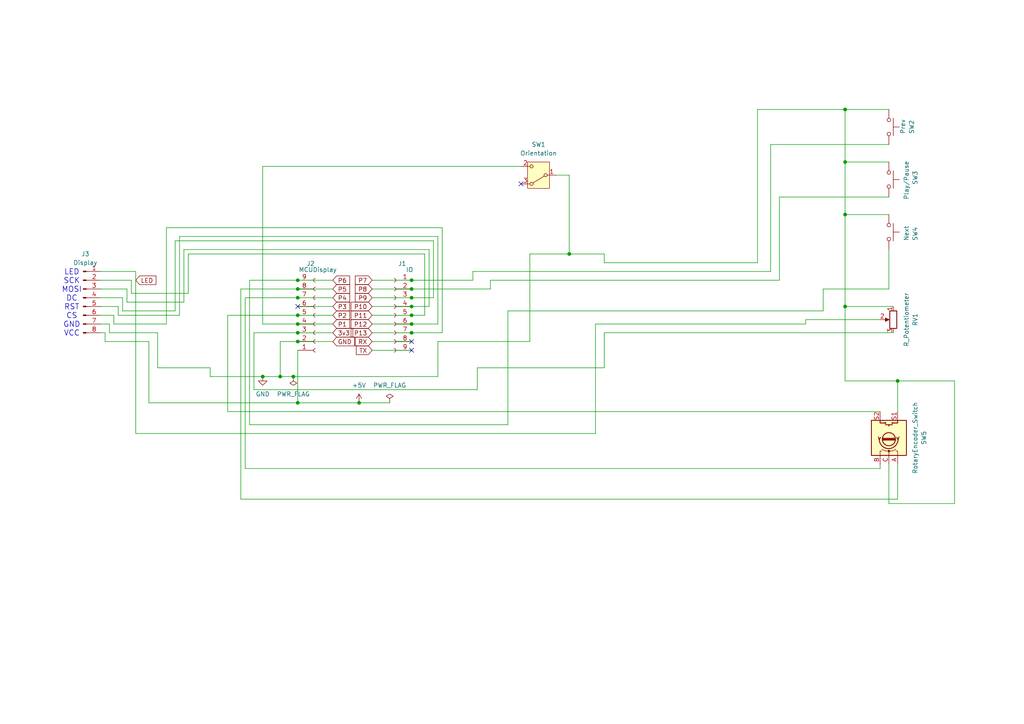
<source format=kicad_sch>
(kicad_sch (version 20250114) (generator "eeschema") (generator_version "9.0")
  (paper "A4")
  (lib_symbols
    (symbol "Connector:Conn_01x08_Pin" (pin_names (offset 1.016) (hide yes))
      (property "Reference" "J" (at 0 10.16 0))
      (property "Value" "Conn_01x08_Pin" (at 0 -12.7 0))
      (symbol "Conn_01x08_Pin_1_1"
        (rectangle (start 0.8636 7.747) (end 0 7.493) (stroke (width 0.1524)) (fill (type outline)))
        (rectangle (start 0.8636 5.207) (end 0 4.953) (stroke (width 0.1524)) (fill (type outline)))
        (rectangle (start 0.8636 2.667) (end 0 2.413) (stroke (width 0.1524)) (fill (type outline)))
        (rectangle (start 0.8636 0.127) (end 0 -0.127) (stroke (width 0.1524)) (fill (type outline)))
        (rectangle (start 0.8636 -2.413) (end 0 -2.667) (stroke (width 0.1524)) (fill (type outline)))
        (rectangle (start 0.8636 -4.953) (end 0 -5.207) (stroke (width 0.1524)) (fill (type outline)))
        (rectangle (start 0.8636 -7.493) (end 0 -7.747) (stroke (width 0.1524)) (fill (type outline)))
        (rectangle (start 0.8636 -10.033) (end 0 -10.287) (stroke (width 0.1524)) (fill (type outline)))
        (polyline (pts (xy 1.27 7.62) (xy 0.8636 7.62)) (stroke (width 0.1524)))
        (polyline (pts (xy 1.27 5.08) (xy 0.8636 5.08)) (stroke (width 0.1524)))
        (polyline (pts (xy 1.27 2.54) (xy 0.8636 2.54)) (stroke (width 0.1524)))
        (polyline (pts (xy 1.27 0) (xy 0.8636 0)) (stroke (width 0.1524)))
        (polyline (pts (xy 1.27 -2.54) (xy 0.8636 -2.54)) (stroke (width 0.1524)))
        (polyline (pts (xy 1.27 -5.08) (xy 0.8636 -5.08)) (stroke (width 0.1524)))
        (polyline (pts (xy 1.27 -7.62) (xy 0.8636 -7.62)) (stroke (width 0.1524)))
        (polyline (pts (xy 1.27 -10.16) (xy 0.8636 -10.16)) (stroke (width 0.1524)))
        (pin passive line (at 5.08 7.62 180) (length 3.81) (name "Pin_1") (number "1"))
        (pin passive line (at 5.08 5.08 180) (length 3.81) (name "Pin_2") (number "2"))
        (pin passive line (at 5.08 2.54 180) (length 3.81) (name "Pin_3") (number "3"))
        (pin passive line (at 5.08 0 180) (length 3.81) (name "Pin_4") (number "4"))
        (pin passive line (at 5.08 -2.54 180) (length 3.81) (name "Pin_5") (number "5"))
        (pin passive line (at 5.08 -5.08 180) (length 3.81) (name "Pin_6") (number "6"))
        (pin passive line (at 5.08 -7.62 180) (length 3.81) (name "Pin_7") (number "7"))
        (pin passive line (at 5.08 -10.16 180) (length 3.81) (name "Pin_8") (number "8"))
      )
    )
    (symbol "Connector:Conn_01x09_Socket" (pin_names (offset 1.016) (hide yes))
      (property "Reference" "J" (at 0 12.7 0))
      (property "Value" "Conn_01x09_Socket" (at 0 -12.7 0))
      (symbol "Conn_01x09_Socket_1_1"
        (polyline (pts (xy -1.27 10.16) (xy -0.508 10.16)) (stroke (width 0.1524)))
        (polyline (pts (xy -1.27 7.62) (xy -0.508 7.62)) (stroke (width 0.1524)))
        (polyline (pts (xy -1.27 5.08) (xy -0.508 5.08)) (stroke (width 0.1524)))
        (polyline (pts (xy -1.27 2.54) (xy -0.508 2.54)) (stroke (width 0.1524)))
        (polyline (pts (xy -1.27 0) (xy -0.508 0)) (stroke (width 0.1524)))
        (polyline (pts (xy -1.27 -2.54) (xy -0.508 -2.54)) (stroke (width 0.1524)))
        (polyline (pts (xy -1.27 -5.08) (xy -0.508 -5.08)) (stroke (width 0.1524)))
        (polyline (pts (xy -1.27 -7.62) (xy -0.508 -7.62)) (stroke (width 0.1524)))
        (polyline (pts (xy -1.27 -10.16) (xy -0.508 -10.16)) (stroke (width 0.1524)))
        (arc (start 0 9.652) (mid -0.5058 10.16) (end 0 10.668) (stroke (width 0.1524)))
        (arc (start 0 7.112) (mid -0.5058 7.62) (end 0 8.128) (stroke (width 0.1524)))
        (arc (start 0 4.572) (mid -0.5058 5.08) (end 0 5.588) (stroke (width 0.1524)))
        (arc (start 0 2.032) (mid -0.5058 2.54) (end 0 3.048) (stroke (width 0.1524)))
        (arc (start 0 -0.508) (mid -0.5058 0) (end 0 0.508) (stroke (width 0.1524)))
        (arc (start 0 -3.048) (mid -0.5058 -2.54) (end 0 -2.032) (stroke (width 0.1524)))
        (arc (start 0 -5.588) (mid -0.5058 -5.08) (end 0 -4.572) (stroke (width 0.1524)))
        (arc (start 0 -8.128) (mid -0.5058 -7.62) (end 0 -7.112) (stroke (width 0.1524)))
        (arc (start 0 -10.668) (mid -0.5058 -10.16) (end 0 -9.652) (stroke (width 0.1524)))
        (pin passive line (at -5.08 10.16 0) (length 3.81) (name "Pin_1") (number "1"))
        (pin passive line (at -5.08 7.62 0) (length 3.81) (name "Pin_2") (number "2"))
        (pin passive line (at -5.08 5.08 0) (length 3.81) (name "Pin_3") (number "3"))
        (pin passive line (at -5.08 2.54 0) (length 3.81) (name "Pin_4") (number "4"))
        (pin passive line (at -5.08 0 0) (length 3.81) (name "Pin_5") (number "5"))
        (pin passive line (at -5.08 -2.54 0) (length 3.81) (name "Pin_6") (number "6"))
        (pin passive line (at -5.08 -5.08 0) (length 3.81) (name "Pin_7") (number "7"))
        (pin passive line (at -5.08 -7.62 0) (length 3.81) (name "Pin_8") (number "8"))
        (pin passive line (at -5.08 -10.16 0) (length 3.81) (name "Pin_9") (number "9"))
      )
    )
    (symbol "Device:R_Potentiometer" (pin_names (offset 1.016) (hide yes))
      (property "Reference" "RV" (at -4.445 0 90))
      (property "Value" "R_Potentiometer" (at -2.54 0 90))
      (symbol "R_Potentiometer_0_1"
        (rectangle (start 1.016 2.54) (end -1.016 -2.54) (stroke (width 0.254)))
        (polyline (pts (xy 1.143 0) (xy 2.286 0.508) (xy 2.286 -0.508) (xy 1.143 0)) (fill (type outline)))
        (polyline (pts (xy 2.54 0) (xy 1.524 0)))
      )
      (symbol "R_Potentiometer_1_1"
        (pin passive line (at 0 3.81 270) (length 1.27) (name "1") (number "1"))
        (pin passive line (at 0 -3.81 90) (length 1.27) (name "3") (number "3"))
        (pin passive line (at 3.81 0 180) (length 1.27) (name "2") (number "2"))
      )
    )
    (symbol "Device:RotaryEncoder_Switch" (pin_names (offset 0.254) (hide yes))
      (property "Reference" "SW" (at 0 6.604 0))
      (property "Value" "RotaryEncoder_Switch" (at 0 -6.604 0))
      (symbol "RotaryEncoder_Switch_0_1"
        (rectangle (start -5.08 5.08) (end 5.08 -5.08) (stroke (width 0.254)) (fill (type background)))
        (polyline (pts (xy -5.08 2.54) (xy -3.81 2.54) (xy -3.81 2.032)))
        (polyline (pts (xy -5.08 0) (xy -3.81 0) (xy -3.81 -1.016) (xy -3.302 -2.032)))
        (polyline (pts (xy -5.08 -2.54) (xy -3.81 -2.54) (xy -3.81 -2.032)))
        (polyline (pts (xy -4.318 0) (xy -3.81 0) (xy -3.81 1.016) (xy -3.302 2.032)))
        (circle (center -3.81 0) (radius 0.254) (fill (type outline)))
        (polyline (pts (xy -0.635 -1.778) (xy -0.635 1.778)) (stroke (width 0.254)))
        (circle (center -0.381 0) (radius 1.905) (stroke (width 0.254)))
        (polyline (pts (xy -0.381 -1.778) (xy -0.381 1.778)) (stroke (width 0.254)))
        (arc (start -0.381 -2.794) (mid -3.0988 -0.0635) (end -0.381 2.667) (stroke (width 0.254)))
        (polyline (pts (xy -0.127 1.778) (xy -0.127 -1.778)) (stroke (width 0.254)))
        (polyline (pts (xy 0.254 2.921) (xy -0.508 2.667) (xy 0.127 2.286)) (stroke (width 0.254)))
        (polyline (pts (xy 0.254 -3.048) (xy -0.508 -2.794) (xy 0.127 -2.413)) (stroke (width 0.254)))
        (polyline (pts (xy 3.81 1.016) (xy 3.81 -1.016)) (stroke (width 0.254)))
        (polyline (pts (xy 3.81 0) (xy 3.429 0)) (stroke (width 0.254)))
        (circle (center 4.318 1.016) (radius 0.127) (stroke (width 0.254)))
        (circle (center 4.318 -1.016) (radius 0.127) (stroke (width 0.254)))
        (polyline (pts (xy 5.08 2.54) (xy 4.318 2.54) (xy 4.318 1.016)) (stroke (width 0.254)))
        (polyline (pts (xy 5.08 -2.54) (xy 4.318 -2.54) (xy 4.318 -1.016)) (stroke (width 0.254)))
      )
      (symbol "RotaryEncoder_Switch_1_1"
        (pin passive line (at -7.62 2.54 0) (length 2.54) (name "A") (number "A"))
        (pin passive line (at -7.62 0 0) (length 2.54) (name "C") (number "C"))
        (pin passive line (at -7.62 -2.54 0) (length 2.54) (name "B") (number "B"))
        (pin passive line (at 7.62 2.54 180) (length 2.54) (name "S1") (number "S1"))
        (pin passive line (at 7.62 -2.54 180) (length 2.54) (name "S2") (number "S2"))
      )
    )
    (symbol "Switch:SW_Push" (pin_numbers (hide yes)) (pin_names (offset 1.016) (hide yes))
      (property "Reference" "SW" (at 1.27 2.54 0))
      (property "Value" "SW_Push" (at 0 -1.524 0))
      (symbol "SW_Push_0_1"
        (circle (center -2.032 0) (radius 0.508))
        (polyline (pts (xy 0 1.27) (xy 0 3.048)))
        (circle (center 2.032 0) (radius 0.508))
        (polyline (pts (xy 2.54 1.27) (xy -2.54 1.27)))
        (pin passive line (at -5.08 0 0) (length 2.54) (name "1") (number "1"))
        (pin passive line (at 5.08 0 180) (length 2.54) (name "2") (number "2"))
      )
    )
    (symbol "Switch:SW_Wuerth_450301014042" (pin_names (offset 1) (hide yes))
      (property "Reference" "SW" (at 0 5.08 0))
      (property "Value" "SW_Wuerth_450301014042" (at 0 -5.08 0))
      (symbol "SW_Wuerth_450301014042_0_1"
        (circle (center -2.032 0) (radius 0.4572))
        (polyline (pts (xy -1.651 0.254) (xy 1.651 2.286)))
        (circle (center 2.032 2.54) (radius 0.4572))
        (circle (center 2.032 -2.54) (radius 0.4572))
      )
      (symbol "SW_Wuerth_450301014042_1_1"
        (rectangle (start -3.175 3.81) (end 3.175 -3.81) (fill (type background)))
        (pin passive line (at -5.08 0 0) (length 2.54) (name "B") (number "1"))
        (pin passive line (at 5.08 2.54 180) (length 2.54) (name "A") (number "3"))
        (pin passive line (at 5.08 -2.54 180) (length 2.54) (name "C") (number "2"))
      )
    )
    (symbol "power:+5V" (power) (pin_numbers (hide yes)) (pin_names (offset 0) (hide yes))
      (property "Value" "+5V" (at 0 3.556 0))
      (symbol "+5V_0_1"
        (polyline (pts (xy -0.762 1.27) (xy 0 2.54)))
        (polyline (pts (xy 0 2.54) (xy 0.762 1.27)))
        (polyline (pts (xy 0 0) (xy 0 2.54)))
      )
      (symbol "+5V_1_1"
        (pin power_in line (at 0 0 90) (length 0) (name "~") (number "1"))
      )
    )
    (symbol "power:GND" (power) (pin_numbers (hide yes)) (pin_names (offset 0) (hide yes))
      (property "Value" "GND" (at 0 -3.81 0))
      (symbol "GND_0_1"
        (polyline (pts (xy 0 0) (xy 0 -1.27) (xy 1.27 -1.27) (xy 0 -2.54) (xy -1.27 -1.27) (xy 0 -1.27)))
      )
      (symbol "GND_1_1"
        (pin power_in line (at 0 0 270) (length 0) (name "~") (number "1"))
      )
    )
    (symbol "power:PWR_FLAG" (power) (pin_numbers (hide yes)) (pin_names (offset 0) (hide yes))
      (property "Value" "PWR_FLAG" (at 0 3.81 0))
      (symbol "PWR_FLAG_0_0"
        (pin power_out line (at 0 0 90) (length 0) (name "~") (number "1"))
      )
      (symbol "PWR_FLAG_0_1"
        (polyline (pts (xy 0 0) (xy 0 1.27) (xy -1.016 1.905) (xy 0 2.54) (xy 1.016 1.905) (xy 0 1.27)))
      )
    )
  )
  (text "LED\nSCK\nMOSI\nDC\nRST\nCS\nGND\nVCC" (at 20.828 87.884 0) (effects (font (size 1.5748 1.5748))))
  (junction (at 86.36 86.36))
  (junction (at 86.36 83.82))
  (junction (at 85.09 109.22))
  (junction (at 86.36 91.44))
  (junction (at 119.38 83.82))
  (junction (at 86.36 99.06))
  (junction (at 165.1 73.66))
  (junction (at 119.38 93.98))
  (junction (at 119.38 86.36))
  (junction (at 245.11 62.23))
  (junction (at 86.36 96.52))
  (junction (at 119.38 91.44))
  (junction (at 86.36 93.98))
  (junction (at 86.36 116.84))
  (junction (at 245.11 46.99))
  (junction (at 86.36 81.28))
  (junction (at 119.38 81.28))
  (junction (at 245.11 31.75))
  (junction (at 260.35 110.49))
  (junction (at 119.38 88.9))
  (junction (at 104.14 116.84))
  (junction (at 76.2 109.22))
  (junction (at 245.11 88.9))
  (junction (at 81.28 109.22))
  (junction (at 119.38 96.52))
  (no_connect (at 119.38 101.6))
  (no_connect (at 151.13 53.34))
  (no_connect (at 86.36 88.9))
  (no_connect (at 119.38 99.06))
  (wire (pts (xy 35.56 86.36) (xy 35.56 90.17)))
  (wire (pts (xy 86.36 83.82) (xy 96.52 83.82)))
  (wire (pts (xy 245.11 31.75) (xy 257.81 31.75)))
  (wire (pts (xy 52.07 68.58) (xy 127 68.58)))
  (wire (pts (xy 31.75 93.98) (xy 31.75 96.52)))
  (wire (pts (xy 73.66 113.03) (xy 73.66 96.52)))
  (wire (pts (xy 86.36 116.84) (xy 104.14 116.84)))
  (wire (pts (xy 81.28 99.06) (xy 81.28 109.22)))
  (wire (pts (xy 219.71 76.2) (xy 219.71 31.75)))
  (wire (pts (xy 86.36 101.6) (xy 86.36 116.84)))
  (wire (pts (xy 39.37 78.74) (xy 39.37 125.73)))
  (wire (pts (xy 125.73 69.85) (xy 125.73 86.36)))
  (wire (pts (xy 60.96 106.68) (xy 60.96 109.22)))
  (wire (pts (xy 30.48 99.06) (xy 43.18 99.06)))
  (wire (pts (xy 69.85 83.82) (xy 86.36 83.82)))
  (wire (pts (xy 257.81 62.23) (xy 245.11 62.23)))
  (wire (pts (xy 31.75 96.52) (xy 45.72 96.52)))
  (wire (pts (xy 86.36 91.44) (xy 96.52 91.44)))
  (wire (pts (xy 69.85 83.82) (xy 69.85 144.78)))
  (wire (pts (xy 50.8 69.85) (xy 50.8 90.17)))
  (wire (pts (xy 71.12 135.89) (xy 255.27 135.89)))
  (wire (pts (xy 38.1 81.28) (xy 38.1 85.09)))
  (wire (pts (xy 127 93.98) (xy 119.38 93.98)))
  (wire (pts (xy 255.27 135.89) (xy 255.27 134.62)))
  (wire (pts (xy 165.1 50.8) (xy 165.1 73.66)))
  (wire (pts (xy 69.85 144.78) (xy 260.35 144.78)))
  (wire (pts (xy 48.26 66.04) (xy 48.26 93.98)))
  (wire (pts (xy 72.39 81.28) (xy 72.39 123.19)))
  (wire (pts (xy 107.95 86.36) (xy 119.38 86.36)))
  (wire (pts (xy 104.14 116.84) (xy 113.03 116.84)))
  (wire (pts (xy 245.11 62.23) (xy 245.11 46.99)))
  (wire (pts (xy 76.2 48.26) (xy 151.13 48.26)))
  (wire (pts (xy 153.67 99.06) (xy 153.67 73.66)))
  (wire (pts (xy 86.36 86.36) (xy 96.52 86.36)))
  (wire (pts (xy 29.21 88.9) (xy 34.29 88.9)))
  (wire (pts (xy 107.95 81.28) (xy 119.38 81.28)))
  (wire (pts (xy 257.81 134.62) (xy 257.81 146.05)))
  (wire (pts (xy 276.86 110.49) (xy 260.35 110.49)))
  (wire (pts (xy 86.36 99.06) (xy 96.52 99.06)))
  (wire (pts (xy 245.11 46.99) (xy 245.11 31.75)))
  (wire (pts (xy 43.18 99.06) (xy 43.18 116.84)))
  (wire (pts (xy 138.43 113.03) (xy 138.43 106.68)))
  (wire (pts (xy 137.16 81.28) (xy 119.38 81.28)))
  (wire (pts (xy 147.32 90.17) (xy 147.32 123.19)))
  (wire (pts (xy 233.68 92.71) (xy 233.68 93.98)))
  (wire (pts (xy 107.95 101.6) (xy 119.38 101.6)))
  (wire (pts (xy 255.27 92.71) (xy 233.68 92.71)))
  (wire (pts (xy 107.95 91.44) (xy 119.38 91.44)))
  (wire (pts (xy 226.06 57.15) (xy 226.06 81.28)))
  (wire (pts (xy 153.67 73.66) (xy 165.1 73.66)))
  (wire (pts (xy 138.43 113.03) (xy 73.66 113.03)))
  (wire (pts (xy 124.46 72.39) (xy 124.46 88.9)))
  (wire (pts (xy 175.26 76.2) (xy 219.71 76.2)))
  (wire (pts (xy 71.12 86.36) (xy 86.36 86.36)))
  (wire (pts (xy 86.36 81.28) (xy 96.52 81.28)))
  (wire (pts (xy 172.72 93.98) (xy 233.68 93.98)))
  (wire (pts (xy 257.81 83.82) (xy 238.76 83.82)))
  (wire (pts (xy 52.07 68.58) (xy 52.07 91.44)))
  (wire (pts (xy 53.34 72.39) (xy 124.46 72.39)))
  (wire (pts (xy 66.04 119.38) (xy 66.04 91.44)))
  (wire (pts (xy 125.73 86.36) (xy 119.38 86.36)))
  (wire (pts (xy 38.1 85.09) (xy 54.61 85.09)))
  (wire (pts (xy 53.34 87.63) (xy 53.34 72.39)))
  (wire (pts (xy 276.86 146.05) (xy 276.86 110.49)))
  (wire (pts (xy 165.1 73.66) (xy 175.26 73.66)))
  (wire (pts (xy 147.32 123.19) (xy 72.39 123.19)))
  (wire (pts (xy 86.36 96.52) (xy 96.52 96.52)))
  (wire (pts (xy 223.52 41.91) (xy 223.52 78.74)))
  (wire (pts (xy 127 99.06) (xy 127 109.22)))
  (wire (pts (xy 81.28 109.22) (xy 85.09 109.22)))
  (wire (pts (xy 29.21 83.82) (xy 36.83 83.82)))
  (wire (pts (xy 86.36 88.9) (xy 96.52 88.9)))
  (wire (pts (xy 226.06 81.28) (xy 142.24 81.28)))
  (wire (pts (xy 33.02 91.44) (xy 33.02 93.98)))
  (wire (pts (xy 76.2 109.22) (xy 60.96 109.22)))
  (wire (pts (xy 175.26 96.52) (xy 259.08 96.52)))
  (wire (pts (xy 29.21 96.52) (xy 30.48 96.52)))
  (wire (pts (xy 127 68.58) (xy 127 93.98)))
  (wire (pts (xy 260.35 134.62) (xy 260.35 144.78)))
  (wire (pts (xy 257.81 72.39) (xy 257.81 83.82)))
  (wire (pts (xy 76.2 109.22) (xy 81.28 109.22)))
  (wire (pts (xy 245.11 62.23) (xy 245.11 88.9)))
  (wire (pts (xy 36.83 87.63) (xy 53.34 87.63)))
  (wire (pts (xy 29.21 78.74) (xy 39.37 78.74)))
  (wire (pts (xy 107.95 96.52) (xy 119.38 96.52)))
  (wire (pts (xy 138.43 106.68) (xy 175.26 106.68)))
  (wire (pts (xy 137.16 78.74) (xy 223.52 78.74)))
  (wire (pts (xy 147.32 90.17) (xy 238.76 90.17)))
  (wire (pts (xy 107.95 88.9) (xy 119.38 88.9)))
  (wire (pts (xy 260.35 110.49) (xy 245.11 110.49)))
  (wire (pts (xy 86.36 99.06) (xy 81.28 99.06)))
  (wire (pts (xy 36.83 83.82) (xy 36.83 87.63)))
  (wire (pts (xy 127 99.06) (xy 153.67 99.06)))
  (wire (pts (xy 29.21 93.98) (xy 31.75 93.98)))
  (wire (pts (xy 107.95 99.06) (xy 119.38 99.06)))
  (wire (pts (xy 107.95 93.98) (xy 119.38 93.98)))
  (wire (pts (xy 73.66 96.52) (xy 86.36 96.52)))
  (wire (pts (xy 257.81 41.91) (xy 223.52 41.91)))
  (wire (pts (xy 257.81 146.05) (xy 276.86 146.05)))
  (wire (pts (xy 137.16 78.74) (xy 137.16 81.28)))
  (wire (pts (xy 34.29 91.44) (xy 52.07 91.44)))
  (wire (pts (xy 245.11 88.9) (xy 245.11 110.49)))
  (wire (pts (xy 48.26 66.04) (xy 128.27 66.04)))
  (wire (pts (xy 128.27 66.04) (xy 128.27 96.52)))
  (wire (pts (xy 107.95 83.82) (xy 119.38 83.82)))
  (wire (pts (xy 66.04 119.38) (xy 255.27 119.38)))
  (wire (pts (xy 257.81 57.15) (xy 226.06 57.15)))
  (wire (pts (xy 35.56 90.17) (xy 50.8 90.17)))
  (wire (pts (xy 172.72 125.73) (xy 39.37 125.73)))
  (wire (pts (xy 45.72 96.52) (xy 45.72 106.68)))
  (wire (pts (xy 128.27 96.52) (xy 119.38 96.52)))
  (wire (pts (xy 142.24 81.28) (xy 142.24 83.82)))
  (wire (pts (xy 238.76 83.82) (xy 238.76 90.17)))
  (wire (pts (xy 123.19 91.44) (xy 119.38 91.44)))
  (wire (pts (xy 161.29 50.8) (xy 165.1 50.8)))
  (wire (pts (xy 66.04 91.44) (xy 86.36 91.44)))
  (wire (pts (xy 124.46 88.9) (xy 119.38 88.9)))
  (wire (pts (xy 29.21 91.44) (xy 33.02 91.44)))
  (wire (pts (xy 71.12 135.89) (xy 71.12 86.36)))
  (wire (pts (xy 127 109.22) (xy 85.09 109.22)))
  (wire (pts (xy 45.72 106.68) (xy 60.96 106.68)))
  (wire (pts (xy 245.11 88.9) (xy 259.08 88.9)))
  (wire (pts (xy 50.8 69.85) (xy 125.73 69.85)))
  (wire (pts (xy 54.61 73.66) (xy 123.19 73.66)))
  (wire (pts (xy 142.24 83.82) (xy 119.38 83.82)))
  (wire (pts (xy 54.61 85.09) (xy 54.61 73.66)))
  (wire (pts (xy 34.29 88.9) (xy 34.29 91.44)))
  (wire (pts (xy 29.21 86.36) (xy 35.56 86.36)))
  (wire (pts (xy 29.21 81.28) (xy 38.1 81.28)))
  (wire (pts (xy 175.26 76.2) (xy 175.26 73.66)))
  (wire (pts (xy 86.36 93.98) (xy 96.52 93.98)))
  (wire (pts (xy 72.39 81.28) (xy 86.36 81.28)))
  (wire (pts (xy 43.18 116.84) (xy 86.36 116.84)))
  (wire (pts (xy 260.35 119.38) (xy 260.35 110.49)))
  (wire (pts (xy 257.81 46.99) (xy 245.11 46.99)))
  (wire (pts (xy 30.48 96.52) (xy 30.48 99.06)))
  (wire (pts (xy 33.02 93.98) (xy 48.26 93.98)))
  (wire (pts (xy 175.26 106.68) (xy 175.26 96.52)))
  (wire (pts (xy 123.19 73.66) (xy 123.19 91.44)))
  (wire (pts (xy 76.2 48.26) (xy 76.2 93.98)))
  (wire (pts (xy 76.2 93.98) (xy 86.36 93.98)))
  (wire (pts (xy 219.71 31.75) (xy 245.11 31.75)))
  (wire (pts (xy 172.72 93.98) (xy 172.72 125.73)))
  (global_label "P1" (shape input) (at 96.52 93.98 0) (property "Intersheetrefs" "${INTERSHEET_REFS}" (effects (hide yes))))
  (global_label "P12" (shape input) (at 107.95 93.98 180) (property "Intersheetrefs" "${INTERSHEET_REFS}" (effects (hide yes))))
  (global_label "P9" (shape input) (at 107.95 86.36 180) (property "Intersheetrefs" "${INTERSHEET_REFS}" (effects (hide yes))))
  (global_label "P4" (shape input) (at 96.52 86.36 0) (property "Intersheetrefs" "${INTERSHEET_REFS}" (effects (hide yes))))
  (global_label "P7" (shape input) (at 107.95 81.28 180) (property "Intersheetrefs" "${INTERSHEET_REFS}" (effects (hide yes))))
  (global_label "P10" (shape input) (at 107.95 88.9 180) (property "Intersheetrefs" "${INTERSHEET_REFS}" (effects (hide yes))))
  (global_label "P2" (shape input) (at 96.52 91.44 0) (property "Intersheetrefs" "${INTERSHEET_REFS}" (effects (hide yes))))
  (global_label "RX" (shape input) (at 107.95 99.06 180) (property "Intersheetrefs" "${INTERSHEET_REFS}" (effects (hide yes))))
  (global_label "P5" (shape input) (at 96.52 83.82 0) (property "Intersheetrefs" "${INTERSHEET_REFS}" (effects (hide yes))))
  (global_label "P6" (shape input) (at 96.52 81.28 0) (property "Intersheetrefs" "${INTERSHEET_REFS}" (effects (hide yes))))
  (global_label "P3" (shape input) (at 96.52 88.9 0) (property "Intersheetrefs" "${INTERSHEET_REFS}" (effects (hide yes))))
  (global_label "LED" (shape input) (at 39.37 81.28 0) (property "Intersheetrefs" "${INTERSHEET_REFS}" (effects (hide yes))))
  (global_label "P13" (shape input) (at 107.95 96.52 180) (property "Intersheetrefs" "${INTERSHEET_REFS}" (effects (hide yes))))
  (global_label "P11" (shape input) (at 107.95 91.44 180) (property "Intersheetrefs" "${INTERSHEET_REFS}" (effects (hide yes))))
  (global_label "GND" (shape input) (at 96.52 99.06 0) (property "Intersheetrefs" "${INTERSHEET_REFS}" (effects (hide yes))))
  (global_label "P8" (shape input) (at 107.95 83.82 180) (property "Intersheetrefs" "${INTERSHEET_REFS}" (effects (hide yes))))
  (global_label "3v3" (shape input) (at 96.52 96.52 0) (property "Intersheetrefs" "${INTERSHEET_REFS}" (effects (hide yes))))
  (global_label "TX" (shape input) (at 107.95 101.6 180) (property "Intersheetrefs" "${INTERSHEET_REFS}" (effects (hide yes))))
  (symbol (lib_id "Device:RotaryEncoder_Switch") (at 257.81 127 270) (mirror x) (unit 1)
    (property "Reference" "SW5" (at 267.97 127 0))
    (property "Value" "RotaryEncoder_Switch" (at 265.43 127 0))
    (property "Footprint" "Rotary_Encoder:RotaryEncoder_Alps_EC11E-Switch_Vertical_H20mm" (effects (hide yes)))
    (property "Description" "Rotary encoder, dual channel, incremental quadrate outputs, with switch" (effects (hide yes)))
  )
  (symbol (lib_id "Switch:SW_Wuerth_450301014042") (at 156.21 50.8 180) (unit 1)
    (property "Reference" "SW1" (at 156.21 41.91 0))
    (property "Value" "Orientation" (at 156.21 44.45 0))
    (property "Footprint" "Button_Switch_THT:SW_Slide-03_Wuerth-WS-SLTV_10x2.5x6.4_P2.54mm" (effects (hide yes)))
    (property "Datasheet" "https://www.we-online.com/components/products/datasheet/450301014042.pdf" (effects (hide yes)))
    (property "Description" "Switch slide, single pole double throw" (effects (hide yes)))
  )
  (symbol (lib_id "Connector:Conn_01x09_Socket") (at 114.3 91.44 0) (mirror y) (unit 1)
    (property "Reference" "J1" (at 117.856 76.454 0) (effects (justify left)))
    (property "Value" "IO" (at 119.888 78.232 0) (effects (justify left)))
    (property "Footprint" "Connector_PinSocket_2.54mm:PinSocket_1x09_P2.54mm_Vertical" (effects (hide yes)))
    (property "Description" "Generic connector, single row, 01x09, script generated" (effects (hide yes)))
  )
  (symbol (lib_id "Switch:SW_Push") (at 257.81 52.07 270) (mirror x) (unit 1)
    (property "Reference" "SW3" (at 265.43 53.594 0) (effects (justify left)))
    (property "Value" "Play/Pause" (at 262.89 57.912 0) (effects (justify left)))
    (property "Footprint" "keyswitches:Kailh_socket_MX_PG1350" (effects (hide yes)))
    (property "Description" "Push button switch, generic, two pins" (effects (hide yes)))
  )
  (symbol (lib_id "Device:R_Potentiometer") (at 259.08 92.71 0) (mirror y) (unit 1)
    (property "Reference" "RV1" (at 265.43 92.71 90))
    (property "Value" "R_Potentiometer" (at 262.89 92.71 90))
    (property "Footprint" "Potentiometer_THT:Potentiometer_Alps_RK09K_Single_Vertical" (effects (hide yes)))
    (property "Description" "Potentiometer" (effects (hide yes)))
  )
  (symbol (lib_id "power:+5V") (at 104.14 116.84 0) (unit 1)
    (property "Reference" "#PWR02" (effects (hide yes)))
    (property "Value" "+5V" (at 104.14 111.76 0))
    (property "Description" "Power symbol creates a global label with name \"+5V\"" (effects (hide yes)))
  )
  (symbol (lib_id "Connector:Conn_01x08_Pin") (at 24.13 86.36 0) (unit 1)
    (property "Reference" "J3" (at 24.765 73.66 0))
    (property "Value" "Display" (at 24.765 76.2 0))
    (property "Footprint" "Connector_PinSocket_2.54mm:PinSocket_1x08_P2.54mm_Vertical" (effects (hide yes)))
    (property "Description" "Generic connector, single row, 01x08, script generated" (effects (hide yes)))
  )
  (symbol (lib_id "Switch:SW_Push") (at 257.81 67.31 270) (mirror x) (unit 1)
    (property "Reference" "SW4" (at 265.43 69.85 0) (effects (justify left)))
    (property "Value" "Next" (at 262.89 69.85 0) (effects (justify left)))
    (property "Footprint" "keyswitches:Kailh_socket_MX_PG1350" (effects (hide yes)))
    (property "Description" "Push button switch, generic, two pins" (effects (hide yes)))
  )
  (symbol (lib_id "Switch:SW_Push") (at 257.81 36.83 270) (mirror x) (unit 1)
    (property "Reference" "SW2" (at 264.414 38.862 0) (effects (justify left)))
    (property "Value" "Prev" (at 261.874 38.862 0) (effects (justify left)))
    (property "Footprint" "keyswitches:Kailh_socket_MX_PG1350" (effects (hide yes)))
    (property "Description" "Push button switch, generic, two pins" (effects (hide yes)))
  )
  (symbol (lib_id "power:PWR_FLAG") (at 85.09 109.22 180) (unit 1)
    (property "Reference" "#FLG02" (effects (hide yes)))
    (property "Value" "PWR_FLAG" (at 85.09 114.3 0))
    (property "Description" "Special symbol for telling ERC where power comes from" (effects (hide yes)))
  )
  (symbol (lib_id "Connector:Conn_01x09_Socket") (at 91.44 91.44 0) (mirror x) (unit 1)
    (property "Reference" "J2" (at 88.9 76.454 0) (effects (justify left)))
    (property "Value" "MCUDisplay" (at 86.614 78.232 0) (effects (justify left)))
    (property "Footprint" "Connector_PinSocket_2.54mm:PinSocket_1x09_P2.54mm_Vertical" (effects (hide yes)))
    (property "Description" "Generic connector, single row, 01x09, script generated" (effects (hide yes)))
  )
  (symbol (lib_id "power:PWR_FLAG") (at 113.03 116.84 0) (unit 1)
    (property "Reference" "#FLG01" (effects (hide yes)))
    (property "Value" "PWR_FLAG" (at 113.03 111.76 0))
    (property "Description" "Special symbol for telling ERC where power comes from" (effects (hide yes)))
  )
  (symbol (lib_id "power:GND") (at 76.2 109.22 0) (unit 1)
    (property "Reference" "#PWR01" (effects (hide yes)))
    (property "Value" "GND" (at 76.2 114.3 0))
    (property "Description" "Power symbol creates a global label with name \"GND\" , ground" (effects (hide yes)))
  )
)
</source>
